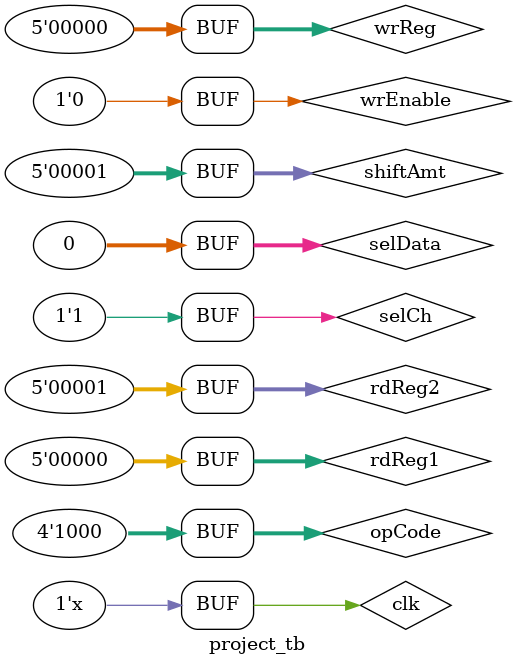
<source format=v>
module project (input wrEnable, input [4:0] wrReg, input [4:0] rdReg1, input [4:0] rdReg2, input clk, input [3:0] opCode, input [4:0] shiftAmt, output signed [31:0] result, input selCh, input [31:0] selData);

	wire [31:0] selected;
	wire signed [31:0] rdData1;
	wire signed [31:0] rdData2;

	registerFile regFile1 (wrEnable, wrReg, selected, rdReg1, rdData1, rdReg2, rdData2, clk);
	alu alu1 (rdData1, rdData2, opCode, shiftAmt, result);
	mux m1 (selCh, selData, result, selected);

endmodule

module project_tb;

	reg wrEnable;
	reg [4:0] wrReg;
	reg [4:0] rdReg1;
	reg [4:0] rdReg2;
	reg clk;
	reg [3:0] opCode;
	reg [4:0] shiftAmt;
	wire signed [31:0] result;
	reg selCh;
	reg [31:0] selData;

	always begin #5 clk = ~clk; end

	initial begin

		$monitor ("Your result = %d", result);

		clk = 0; selCh = 0;
		#10 $display ("Register file's 1st register = 1."); wrEnable = 1; wrReg = 0; selData = 1;
		#10 $display ("Register file's 2nd register = 7."); wrReg = 1; selData = 7;
        #10 wrEnable = 0;
		#10 $display ("Choosing register file's 1st and 2nd registers as it's outputs, and adding both."); rdReg1 = 0; rdReg2 = 1; opCode = 0;
		#10 $display ("Subtracting both."); opCode = 1;
		#10 $display ("Changing 2nd register = 0 and subtracting both."); wrEnable = 1; selData = 0;
        #10 wrEnable = 0;
		#10 $display ("Putting both at the terminals of an AND gate."); opCode = 2;
		#10 $display ("Putting both at the terminals of an OR gate."); opCode = 3;
		#10 $display ("Shifting 1st register's binary value 3 digits to the left."); shiftAmt = 3; opCode = 4;
		#10 $display ("Register file's 1nd register = last operation's answer, and shifting it's binary value 3 digits to the left."); wrEnable = 1; wrReg = 0; selCh = 1;
        #10 wrEnable = 0;
		#10 $display ("Shifting 1st register's binary value 2 digits to the right logicaly."); shiftAmt = 2; opCode = 5;
		#10 $display ("Shifting 1st register's binary value 1 digits to the right arithmeticaly."); shiftAmt = 1; opCode = 6;
		#10 $display ("Is 1st register's value greater than 2nd register's value?"); opCode = 7;
		#10 $display ("Is 1st register's value less than 2nd register's value?"); opCode = 8;

	end

	project p1 (wrEnable, wrReg, rdReg1, rdReg2, clk, opCode, shiftAmt, result, selCh, selData);

endmodule
</source>
